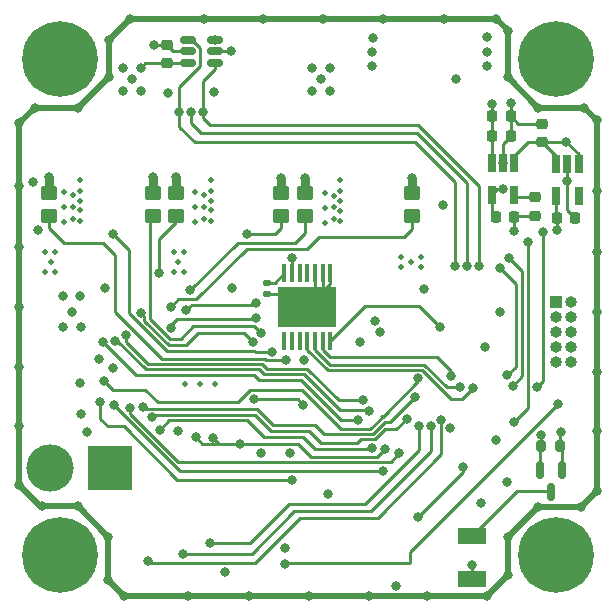
<source format=gbl>
G04 #@! TF.GenerationSoftware,KiCad,Pcbnew,6.0.11-2627ca5db0~126~ubuntu20.04.1*
G04 #@! TF.CreationDate,2024-01-15T23:09:37+09:00*
G04 #@! TF.ProjectId,motor_driver,6d6f746f-725f-4647-9269-7665722e6b69,rev?*
G04 #@! TF.SameCoordinates,Original*
G04 #@! TF.FileFunction,Copper,L4,Bot*
G04 #@! TF.FilePolarity,Positive*
%FSLAX46Y46*%
G04 Gerber Fmt 4.6, Leading zero omitted, Abs format (unit mm)*
G04 Created by KiCad (PCBNEW 6.0.11-2627ca5db0~126~ubuntu20.04.1) date 2024-01-15 23:09:37*
%MOMM*%
%LPD*%
G01*
G04 APERTURE LIST*
G04 Aperture macros list*
%AMRoundRect*
0 Rectangle with rounded corners*
0 $1 Rounding radius*
0 $2 $3 $4 $5 $6 $7 $8 $9 X,Y pos of 4 corners*
0 Add a 4 corners polygon primitive as box body*
4,1,4,$2,$3,$4,$5,$6,$7,$8,$9,$2,$3,0*
0 Add four circle primitives for the rounded corners*
1,1,$1+$1,$2,$3*
1,1,$1+$1,$4,$5*
1,1,$1+$1,$6,$7*
1,1,$1+$1,$8,$9*
0 Add four rect primitives between the rounded corners*
20,1,$1+$1,$2,$3,$4,$5,0*
20,1,$1+$1,$4,$5,$6,$7,0*
20,1,$1+$1,$6,$7,$8,$9,0*
20,1,$1+$1,$8,$9,$2,$3,0*%
G04 Aperture macros list end*
G04 #@! TA.AperFunction,ComponentPad*
%ADD10C,3.600000*%
G04 #@! TD*
G04 #@! TA.AperFunction,ConnectorPad*
%ADD11C,6.400000*%
G04 #@! TD*
G04 #@! TA.AperFunction,ComponentPad*
%ADD12R,3.800000X3.800000*%
G04 #@! TD*
G04 #@! TA.AperFunction,ComponentPad*
%ADD13C,4.000000*%
G04 #@! TD*
G04 #@! TA.AperFunction,ComponentPad*
%ADD14R,1.000000X1.000000*%
G04 #@! TD*
G04 #@! TA.AperFunction,ComponentPad*
%ADD15O,1.000000X1.000000*%
G04 #@! TD*
G04 #@! TA.AperFunction,ComponentPad*
%ADD16C,0.508000*%
G04 #@! TD*
G04 #@! TA.AperFunction,SMDPad,CuDef*
%ADD17RoundRect,0.250000X0.450000X-0.350000X0.450000X0.350000X-0.450000X0.350000X-0.450000X-0.350000X0*%
G04 #@! TD*
G04 #@! TA.AperFunction,SMDPad,CuDef*
%ADD18RoundRect,0.225000X0.250000X-0.225000X0.250000X0.225000X-0.250000X0.225000X-0.250000X-0.225000X0*%
G04 #@! TD*
G04 #@! TA.AperFunction,SMDPad,CuDef*
%ADD19RoundRect,0.225000X-0.225000X-0.250000X0.225000X-0.250000X0.225000X0.250000X-0.225000X0.250000X0*%
G04 #@! TD*
G04 #@! TA.AperFunction,SMDPad,CuDef*
%ADD20RoundRect,0.250000X-0.450000X0.350000X-0.450000X-0.350000X0.450000X-0.350000X0.450000X0.350000X0*%
G04 #@! TD*
G04 #@! TA.AperFunction,SMDPad,CuDef*
%ADD21R,2.400000X1.450000*%
G04 #@! TD*
G04 #@! TA.AperFunction,SMDPad,CuDef*
%ADD22RoundRect,0.100000X-0.100000X0.687500X-0.100000X-0.687500X0.100000X-0.687500X0.100000X0.687500X0*%
G04 #@! TD*
G04 #@! TA.AperFunction,SMDPad,CuDef*
%ADD23R,5.000000X3.400000*%
G04 #@! TD*
G04 #@! TA.AperFunction,SMDPad,CuDef*
%ADD24RoundRect,0.150000X0.512500X0.150000X-0.512500X0.150000X-0.512500X-0.150000X0.512500X-0.150000X0*%
G04 #@! TD*
G04 #@! TA.AperFunction,SMDPad,CuDef*
%ADD25RoundRect,0.225000X-0.250000X0.225000X-0.250000X-0.225000X0.250000X-0.225000X0.250000X0.225000X0*%
G04 #@! TD*
G04 #@! TA.AperFunction,SMDPad,CuDef*
%ADD26R,0.650000X1.560000*%
G04 #@! TD*
G04 #@! TA.AperFunction,SMDPad,CuDef*
%ADD27RoundRect,0.150000X-0.150000X0.587500X-0.150000X-0.587500X0.150000X-0.587500X0.150000X0.587500X0*%
G04 #@! TD*
G04 #@! TA.AperFunction,SMDPad,CuDef*
%ADD28RoundRect,0.200000X-0.200000X-0.275000X0.200000X-0.275000X0.200000X0.275000X-0.200000X0.275000X0*%
G04 #@! TD*
G04 #@! TA.AperFunction,SMDPad,CuDef*
%ADD29RoundRect,0.140000X-0.170000X0.140000X-0.170000X-0.140000X0.170000X-0.140000X0.170000X0.140000X0*%
G04 #@! TD*
G04 #@! TA.AperFunction,ViaPad*
%ADD30C,0.800000*%
G04 #@! TD*
G04 #@! TA.AperFunction,ViaPad*
%ADD31C,0.508000*%
G04 #@! TD*
G04 #@! TA.AperFunction,Conductor*
%ADD32C,0.250000*%
G04 #@! TD*
G04 #@! TA.AperFunction,Conductor*
%ADD33C,0.500000*%
G04 #@! TD*
G04 #@! TA.AperFunction,Conductor*
%ADD34C,0.750000*%
G04 #@! TD*
G04 APERTURE END LIST*
D10*
X94524000Y-79310400D03*
D11*
X94524000Y-79310400D03*
D12*
X98715200Y-113893600D03*
D13*
X93715200Y-113893600D03*
D10*
X136524000Y-79310400D03*
D11*
X136524000Y-79310400D03*
D14*
X136550400Y-99822000D03*
D15*
X137820400Y-99822000D03*
X136550400Y-101092000D03*
X137820400Y-101092000D03*
X136550400Y-102362000D03*
X137820400Y-102362000D03*
X136550400Y-103632000D03*
X137820400Y-103632000D03*
X136550400Y-104902000D03*
X137820400Y-104902000D03*
D11*
X136524000Y-121310400D03*
D10*
X136524000Y-121310400D03*
D11*
X94524000Y-121310400D03*
D10*
X94524000Y-121310400D03*
D16*
X106409800Y-106834600D03*
X107679800Y-106834600D03*
X105139800Y-106834600D03*
D17*
X93569200Y-92592400D03*
X93569200Y-90592400D03*
D18*
X135295600Y-86300600D03*
X135295600Y-84750600D03*
D19*
X131117000Y-85830400D03*
X132667000Y-85830400D03*
D20*
X124300800Y-90593580D03*
X124300800Y-92593580D03*
D21*
X129438400Y-123338600D03*
X129438400Y-119688600D03*
D19*
X131421800Y-92688400D03*
X132971800Y-92688400D03*
D17*
X104343200Y-92592400D03*
X104343200Y-90592400D03*
X115265200Y-92592400D03*
X115265200Y-90592400D03*
D20*
X102357600Y-90592400D03*
X102357600Y-92592400D03*
D22*
X113518400Y-97416700D03*
X114168400Y-97416700D03*
X114818400Y-97416700D03*
X115468400Y-97416700D03*
X116118400Y-97416700D03*
X116768400Y-97416700D03*
X117418400Y-97416700D03*
X117418400Y-103141700D03*
X116768400Y-103141700D03*
X116118400Y-103141700D03*
X115468400Y-103141700D03*
X114818400Y-103141700D03*
X114168400Y-103141700D03*
X113518400Y-103141700D03*
D23*
X115468400Y-100279200D03*
D24*
X107614300Y-77688400D03*
X107614300Y-78638400D03*
X107614300Y-79588400D03*
X105339300Y-79588400D03*
X105339300Y-78638400D03*
X105339300Y-77688400D03*
D25*
X134736800Y-90999000D03*
X134736800Y-92549000D03*
D26*
X136530000Y-88138000D03*
X137480000Y-88138000D03*
X138430000Y-88138000D03*
X138430000Y-90838000D03*
X136530000Y-90838000D03*
D20*
X113233200Y-90592400D03*
X113233200Y-92592400D03*
D26*
X131094400Y-88087200D03*
X132044400Y-88087200D03*
X132994400Y-88087200D03*
X132994400Y-90787200D03*
X131094400Y-90787200D03*
D25*
X103559600Y-78082200D03*
X103559600Y-79632200D03*
D27*
X135158400Y-114046000D03*
X137058400Y-114046000D03*
X136108400Y-115921000D03*
D19*
X136603400Y-92739200D03*
X138153400Y-92739200D03*
D28*
X135232600Y-112087900D03*
X136882600Y-112087900D03*
D29*
X112064800Y-98224400D03*
X112064800Y-99184400D03*
D19*
X131131100Y-84095600D03*
X132681100Y-84095600D03*
D30*
X131775200Y-100736400D03*
D31*
X107285200Y-89509600D03*
X107285200Y-90424000D03*
X105964400Y-91846400D03*
X116934800Y-91898380D03*
X118255600Y-91339580D03*
X106726400Y-90830400D03*
X117696800Y-91847580D03*
X105964400Y-93116400D03*
D30*
X111556800Y-112623600D03*
D31*
X96210800Y-89509600D03*
X118255600Y-93015980D03*
X116934800Y-93168380D03*
D30*
X94792800Y-99314000D03*
D31*
X118255600Y-89561580D03*
X96210800Y-90424000D03*
X106726400Y-91795600D03*
X95652000Y-90830400D03*
X94890000Y-90576400D03*
D30*
X94792800Y-101955600D03*
D31*
X96210800Y-92100400D03*
X107285200Y-92100400D03*
D30*
X96774000Y-110896400D03*
D31*
X107285200Y-91287600D03*
X106726400Y-92811600D03*
X94890000Y-91846400D03*
X118255600Y-90475980D03*
X96210800Y-92964000D03*
X118255600Y-92152380D03*
X96210800Y-91287600D03*
X94890000Y-93116400D03*
X95652000Y-92811600D03*
X105964400Y-90576400D03*
X116934800Y-90628380D03*
X95652000Y-91795600D03*
X107285200Y-92964000D03*
X117696800Y-92863580D03*
D30*
X96266000Y-101955600D03*
D31*
X117696800Y-90882380D03*
D30*
X92659200Y-93726000D03*
X96215200Y-99314000D03*
X95504000Y-100685600D03*
X115163600Y-104787100D03*
X91084400Y-84734400D03*
X139954000Y-90474800D03*
X125628400Y-124714000D03*
X130708400Y-78689200D03*
X98348800Y-98653600D03*
X92964000Y-117144800D03*
X138887200Y-83413600D03*
D31*
X104999200Y-95605600D03*
D30*
X130200400Y-116890800D03*
X91084400Y-110337600D03*
X92964000Y-117144800D03*
X110490000Y-124714000D03*
X111709200Y-75895200D03*
X100584000Y-80975200D03*
D31*
X104542000Y-96469200D03*
D30*
X117348000Y-81991200D03*
X101346000Y-81991200D03*
X98628199Y-123418601D03*
X96062800Y-83413600D03*
X91084400Y-95199200D03*
D31*
X104999200Y-97282000D03*
D30*
X100431598Y-75895200D03*
D31*
X93264400Y-95656400D03*
X104135600Y-97282000D03*
D30*
X91084400Y-115316000D03*
X137464800Y-89611200D03*
X132435600Y-122986800D03*
X138633200Y-117195600D03*
X121869200Y-75895200D03*
X107594400Y-82092800D03*
X105359200Y-124714000D03*
X98653600Y-80822802D03*
X120954800Y-78689200D03*
X132334000Y-115112800D03*
D31*
X125069600Y-96926400D03*
D30*
X106730800Y-75895200D03*
X91084400Y-100279200D03*
X127000000Y-75895200D03*
X99872800Y-81991200D03*
X114015000Y-112661100D03*
X139954000Y-105765600D03*
X117348000Y-80010000D03*
X115874800Y-81991200D03*
X91084400Y-105359200D03*
X99872800Y-80010000D03*
X130708400Y-79908400D03*
X132435600Y-80822800D03*
X130708400Y-77419200D03*
X101346000Y-80010000D03*
X113893600Y-101092000D03*
X120650000Y-124714000D03*
X116586000Y-80975200D03*
X126974600Y-91617800D03*
X113898075Y-99470523D03*
D31*
X94128000Y-95656400D03*
X123393200Y-96926400D03*
D30*
X98602800Y-119735600D03*
X121005600Y-77470000D03*
X115417600Y-100253800D03*
X122957100Y-123880100D03*
D31*
X124206000Y-96469200D03*
D30*
X139954000Y-115874802D03*
X116992400Y-99415600D03*
X98653600Y-77673200D03*
X108449800Y-122741000D03*
X91084400Y-90068400D03*
X131470400Y-75895200D03*
X120954800Y-79908400D03*
D31*
X93264400Y-97332800D03*
D30*
X132044400Y-88087200D03*
X99923600Y-124714000D03*
X92405198Y-83413600D03*
X119888000Y-103225600D03*
X117043200Y-101092000D03*
X92202000Y-89712800D03*
X139954000Y-84480400D03*
X115874800Y-80010000D03*
X130708402Y-124714000D03*
X96012000Y-117144800D03*
D31*
X94128000Y-97332800D03*
D30*
X108966000Y-78638400D03*
D31*
X123393200Y-96062800D03*
D30*
X132435600Y-119735600D03*
D31*
X125069600Y-96062800D03*
D30*
X125323600Y-98755200D03*
X96266000Y-109372400D03*
X116789200Y-75895200D03*
X115570000Y-124714000D03*
X136906000Y-110845600D03*
X139954000Y-100685600D03*
X135001000Y-83388200D03*
X132943600Y-93827600D03*
X132689600Y-83007200D03*
X139954000Y-110744000D03*
D31*
X104135600Y-95605600D03*
D30*
X109118400Y-98653600D03*
X132435600Y-76911200D03*
X134975600Y-117195600D03*
X113538000Y-120700800D03*
X99009200Y-105423300D03*
X139954000Y-95605600D03*
D31*
X93721600Y-96469200D03*
D30*
X96215200Y-106730800D03*
X110916965Y-108084601D03*
X115112800Y-108559600D03*
X131114800Y-83058000D03*
X128081601Y-80939201D03*
X102514400Y-78079600D03*
X114168400Y-96134400D03*
X103632000Y-82143600D03*
X137397600Y-86300600D03*
X136601200Y-93776800D03*
X97790000Y-104698800D03*
X127521300Y-110483919D03*
X101414144Y-100820656D03*
X110849899Y-103221301D03*
X111081277Y-101192813D03*
X103929434Y-102064566D03*
X121641466Y-102385923D03*
X131419600Y-111556800D03*
X117246400Y-116128800D03*
X121158000Y-101447600D03*
X104519800Y-110787025D03*
X130505200Y-103682800D03*
X132029200Y-90322400D03*
X129387600Y-122123200D03*
X113588800Y-122021600D03*
X136702800Y-108508800D03*
X126785672Y-109804444D03*
X101955600Y-121818400D03*
X104902000Y-121158000D03*
X125932001Y-110324300D03*
X124932498Y-110324300D03*
X107238800Y-120294400D03*
X127965200Y-96824800D03*
X104610401Y-83753599D03*
X105613200Y-83769200D03*
X107614300Y-77688400D03*
X128981200Y-96824800D03*
X106629200Y-83769200D03*
X129997200Y-96824800D03*
X99009200Y-94132400D03*
X112473133Y-104075900D03*
X105206800Y-100533200D03*
X111099600Y-99923600D03*
X123230902Y-112674400D03*
X100482400Y-108813600D03*
X121869200Y-114198400D03*
X99060000Y-108610400D03*
X114142833Y-114922900D03*
X97942400Y-108305600D03*
X126695200Y-101955600D03*
X135229600Y-111150400D03*
X113639600Y-104787100D03*
X102362000Y-89306400D03*
X102870000Y-97383600D03*
X93573600Y-89306400D03*
X105562400Y-98856800D03*
X113233200Y-89357200D03*
X104343200Y-89306400D03*
X111556800Y-102514400D03*
X124307600Y-89357200D03*
X110337600Y-94119100D03*
X115265200Y-89357200D03*
X103886000Y-100279200D03*
X128676400Y-113842800D03*
X124866400Y-118059200D03*
X134924800Y-107086400D03*
X135432800Y-93929200D03*
X134162800Y-94792800D03*
X132994400Y-110032800D03*
X119719481Y-109854772D03*
X98145600Y-103276400D03*
X99194086Y-103137154D03*
X120650000Y-109067600D03*
X100101400Y-102641400D03*
X120176661Y-108187285D03*
X124866400Y-106324400D03*
X98247200Y-106527600D03*
X124538357Y-107880241D03*
X101525627Y-108772629D03*
X123861139Y-109729728D03*
X102326575Y-109614300D03*
X120943469Y-112215102D03*
X102971600Y-110693200D03*
X109728000Y-111874900D03*
X122072400Y-112268000D03*
X107486330Y-111332586D03*
X106019600Y-111302800D03*
X131775200Y-96977200D03*
X132384800Y-106070400D03*
X132537200Y-96113600D03*
X132852455Y-106953748D03*
X127658890Y-106111091D03*
X128383390Y-107082101D03*
X129450744Y-107124856D03*
D32*
X135432800Y-106578400D02*
X134924800Y-107086400D01*
X135432800Y-93929200D02*
X135432800Y-106578400D01*
D33*
X132435600Y-122986802D02*
X130708402Y-124714000D01*
X132435600Y-119735598D02*
X132435600Y-122986802D01*
D32*
X103559600Y-79632200D02*
X101723800Y-79632200D01*
X137058400Y-114046000D02*
X137058400Y-112263700D01*
D33*
X131470400Y-75895200D02*
X132435600Y-76860400D01*
D32*
X113611952Y-99184400D02*
X113898075Y-99470523D01*
D33*
X92862398Y-117144800D02*
X91084400Y-115366802D01*
D32*
X103559600Y-79632200D02*
X105295500Y-79632200D01*
X137058400Y-112263700D02*
X136882600Y-112087900D01*
X116118400Y-97416700D02*
X116118400Y-99629200D01*
X132044400Y-88087200D02*
X132044400Y-86453000D01*
D33*
X98653600Y-80822802D02*
X98653600Y-77673198D01*
X138633202Y-117195600D02*
X134975598Y-117195600D01*
D32*
X115468400Y-100279200D02*
X117418400Y-98329200D01*
D33*
X135026402Y-83413600D02*
X138887200Y-83413600D01*
D32*
X116768400Y-97416700D02*
X116768400Y-98979200D01*
X135295600Y-84750600D02*
X133336100Y-84750600D01*
X133111200Y-92549000D02*
X132971800Y-92688400D01*
X137464800Y-92050600D02*
X137464800Y-89611200D01*
D33*
X96062802Y-83413600D02*
X98653600Y-80822802D01*
D32*
X137480000Y-88138000D02*
X137480000Y-89596000D01*
D33*
X132435600Y-76860400D02*
X132435600Y-80822800D01*
X134975598Y-117195600D02*
X132435600Y-119735598D01*
D32*
X116118400Y-99629200D02*
X115468400Y-100279200D01*
X132971800Y-92688400D02*
X132971800Y-93799400D01*
D33*
X99923598Y-124714000D02*
X98602800Y-123393202D01*
D32*
X136882600Y-112087900D02*
X136882600Y-110869000D01*
X132667000Y-85830400D02*
X132667000Y-84109700D01*
D33*
X98602800Y-123393202D02*
X98602800Y-119735598D01*
D32*
X137480000Y-89596000D02*
X137464800Y-89611200D01*
X132971800Y-93799400D02*
X132943600Y-93827600D01*
X136882600Y-110869000D02*
X136906000Y-110845600D01*
D33*
X100431598Y-75895200D02*
X131470400Y-75895200D01*
D32*
X105295500Y-79632200D02*
X105339300Y-79588400D01*
X138153400Y-92739200D02*
X137464800Y-92050600D01*
D33*
X139954000Y-84480400D02*
X139954000Y-115874802D01*
X92405198Y-83413600D02*
X96062802Y-83413600D01*
D32*
X132681100Y-84095600D02*
X132681100Y-83015700D01*
X132044400Y-86453000D02*
X132667000Y-85830400D01*
D33*
X96012002Y-117144800D02*
X92862398Y-117144800D01*
X132435600Y-80822800D02*
X135026402Y-83413600D01*
X98602800Y-119735598D02*
X96012002Y-117144800D01*
D32*
X116768400Y-98979200D02*
X115468400Y-100279200D01*
D33*
X139954000Y-115874802D02*
X138633202Y-117195600D01*
X130708402Y-124714000D02*
X99923598Y-124714000D01*
D32*
X101723800Y-79632200D02*
X101346000Y-80010000D01*
X132681100Y-83015700D02*
X132689600Y-83007200D01*
X134736800Y-92549000D02*
X133111200Y-92549000D01*
X133336100Y-84750600D02*
X132681100Y-84095600D01*
D33*
X91084400Y-84734398D02*
X92405198Y-83413600D01*
X98653600Y-77673198D02*
X100431598Y-75895200D01*
X91084400Y-115366802D02*
X91084400Y-84734398D01*
D32*
X107614300Y-78638400D02*
X108966000Y-78638400D01*
X132667000Y-84109700D02*
X132681100Y-84095600D01*
X117418400Y-98329200D02*
X117418400Y-97416700D01*
D33*
X138887200Y-83413600D02*
X139954000Y-84480400D01*
D32*
X112064800Y-99184400D02*
X113611952Y-99184400D01*
X114637801Y-108084601D02*
X115112800Y-108559600D01*
X110916965Y-108084601D02*
X114637801Y-108084601D01*
X102517000Y-78082200D02*
X102514400Y-78079600D01*
X138430000Y-87333000D02*
X138430000Y-88138000D01*
X134171400Y-86300600D02*
X135295600Y-86300600D01*
X131131100Y-83074300D02*
X131114800Y-83058000D01*
X104115800Y-78638400D02*
X105339300Y-78638400D01*
X131094400Y-84132300D02*
X131131100Y-84095600D01*
X132994400Y-88087200D02*
X132994400Y-87477600D01*
X114168400Y-97416700D02*
X114168400Y-96134400D01*
X103559600Y-78082200D02*
X102517000Y-78082200D01*
X103559600Y-78082200D02*
X104115800Y-78638400D01*
X136530000Y-88138000D02*
X136530000Y-87535000D01*
X132994400Y-87477600D02*
X134171400Y-86300600D01*
X131094400Y-88087200D02*
X131094400Y-84132300D01*
X136530000Y-87535000D02*
X135295600Y-86300600D01*
X137397600Y-86300600D02*
X138430000Y-87333000D01*
X135295600Y-86300600D02*
X137397600Y-86300600D01*
X131131100Y-84095600D02*
X131131100Y-83074300D01*
X136530000Y-92665800D02*
X136603400Y-92739200D01*
X136530000Y-90838000D02*
X136530000Y-92665800D01*
X136603400Y-92739200D02*
X136603400Y-93774600D01*
X136603400Y-93774600D02*
X136601200Y-93776800D01*
X103734980Y-103530400D02*
X101659189Y-101454609D01*
X110849899Y-103221301D02*
X110092198Y-102463600D01*
X110092198Y-102463600D02*
X106222800Y-102463600D01*
X101659189Y-101065701D02*
X101414144Y-100820656D01*
X106222800Y-102463600D02*
X105156000Y-103530400D01*
X101659189Y-101454609D02*
X101659189Y-101065701D01*
X105156000Y-103530400D02*
X103734980Y-103530400D01*
X104394000Y-101295200D02*
X103929434Y-101759766D01*
X103929434Y-101759766D02*
X103929434Y-102064566D01*
X111081277Y-101192813D02*
X110978890Y-101295200D01*
X110978890Y-101295200D02*
X104394000Y-101295200D01*
X112710700Y-98224400D02*
X113518400Y-97416700D01*
X112064800Y-98224400D02*
X112710700Y-98224400D01*
X131094400Y-92384800D02*
X131094400Y-90787200D01*
X131094400Y-90787200D02*
X131559200Y-90322400D01*
X131421800Y-92688400D02*
X131398000Y-92688400D01*
X131559200Y-90322400D02*
X132029200Y-90322400D01*
X129387600Y-123287800D02*
X129438400Y-123338600D01*
X129387600Y-122123200D02*
X129387600Y-123287800D01*
X131398000Y-92688400D02*
X131094400Y-92384800D01*
X134736800Y-90999000D02*
X133206200Y-90999000D01*
X133206200Y-90999000D02*
X132994400Y-90787200D01*
X113639600Y-121970800D02*
X124155200Y-121970800D01*
X136652000Y-108508800D02*
X136702800Y-108508800D01*
X113588800Y-122021600D02*
X113639600Y-121970800D01*
X124155200Y-121970800D02*
X124155200Y-121005600D01*
X124155200Y-121005600D02*
X136652000Y-108508800D01*
X114858800Y-118110000D02*
X121412000Y-118110000D01*
X101955600Y-121818400D02*
X102057200Y-121920000D01*
X102057200Y-121920000D02*
X111048800Y-121920000D01*
X111048800Y-121920000D02*
X114858800Y-118110000D01*
X126785672Y-112736328D02*
X126785672Y-109804444D01*
X121412000Y-118110000D02*
X126785672Y-112736328D01*
X104902000Y-121158000D02*
X110744000Y-121158000D01*
X125932001Y-112472399D02*
X125932001Y-110324300D01*
X114350800Y-117551200D02*
X120853200Y-117551200D01*
X110744000Y-121158000D02*
X114350800Y-117551200D01*
X120853200Y-117551200D02*
X125932001Y-112472399D01*
X110591600Y-120294400D02*
X113893600Y-116992400D01*
X124932498Y-112405102D02*
X124932498Y-110324300D01*
X113893600Y-116992400D02*
X120345200Y-116992400D01*
X107238800Y-120294400D02*
X110591600Y-120294400D01*
X120345200Y-116992400D02*
X124932498Y-112405102D01*
X105339300Y-77688400D02*
X105730000Y-77688400D01*
X106375200Y-78333600D02*
X106375200Y-79886751D01*
X104610401Y-81651550D02*
X104610401Y-83753599D01*
X124612400Y-86309200D02*
X127965200Y-89662000D01*
X104610401Y-83753599D02*
X104610401Y-85001601D01*
X105730000Y-77688400D02*
X106375200Y-78333600D01*
X105918000Y-86309200D02*
X124612400Y-86309200D01*
X106375200Y-79886751D02*
X104610401Y-81651550D01*
X104610401Y-85001601D02*
X105918000Y-86309200D01*
X127965200Y-89662000D02*
X127965200Y-96824800D01*
X124764800Y-85547200D02*
X128981200Y-89763600D01*
X105613200Y-83769200D02*
X105613200Y-84734400D01*
X105613200Y-84734400D02*
X106426000Y-85547200D01*
X128981200Y-89763600D02*
X128981200Y-96824800D01*
X106426000Y-85547200D02*
X124764800Y-85547200D01*
X106629200Y-84277200D02*
X107238800Y-84886800D01*
X129997200Y-90068400D02*
X129997200Y-96824800D01*
X124815600Y-84886800D02*
X129997200Y-90068400D01*
X107614300Y-79588400D02*
X107614300Y-80142500D01*
X106629200Y-81127600D02*
X106629200Y-83769200D01*
X107238800Y-84886800D02*
X124815600Y-84886800D01*
X107614300Y-80142500D02*
X106629200Y-81127600D01*
X106629200Y-83769200D02*
X106629200Y-84277200D01*
X100366350Y-100797460D02*
X100366350Y-95489550D01*
X99110800Y-94132400D02*
X99009200Y-94132400D01*
X100366350Y-95489550D02*
X99009200Y-94132400D01*
X110999380Y-104038400D02*
X103607290Y-104038400D01*
X112473133Y-104075900D02*
X111036880Y-104075900D01*
X111036880Y-104075900D02*
X110999380Y-104038400D01*
X103607290Y-104038400D02*
X100366350Y-100797460D01*
X110954899Y-100068301D02*
X111099600Y-99923600D01*
X105206800Y-100533200D02*
X105671699Y-100068301D01*
X105671699Y-100068301D02*
X110954899Y-100068301D01*
X122516199Y-113389103D02*
X123230902Y-112674400D01*
X100482400Y-108813600D02*
X100482400Y-109321600D01*
X100482400Y-109321600D02*
X104549903Y-113389103D01*
X104549903Y-113389103D02*
X122516199Y-113389103D01*
X104648000Y-114198400D02*
X121869200Y-114198400D01*
X99060000Y-108610400D02*
X104648000Y-114198400D01*
X99923600Y-110388400D02*
X104455967Y-114920767D01*
X104455967Y-114920767D02*
X114140700Y-114920767D01*
X97942400Y-109778800D02*
X98552000Y-110388400D01*
X114140700Y-114920767D02*
X114142833Y-114922900D01*
X97942400Y-108305600D02*
X97942400Y-109778800D01*
X98552000Y-110388400D02*
X99923600Y-110388400D01*
X124866400Y-100177600D02*
X124917200Y-100177600D01*
X120382500Y-100177600D02*
X124866400Y-100177600D01*
X117418400Y-103141700D02*
X120382500Y-100177600D01*
X124917200Y-100177600D02*
X126695200Y-101955600D01*
X135158400Y-114046000D02*
X135158400Y-112162100D01*
X135158400Y-112162100D02*
X135232600Y-112087900D01*
X135229600Y-111150400D02*
X135229600Y-112084900D01*
X135229600Y-112084900D02*
X135232600Y-112087900D01*
X136108400Y-115921000D02*
X136062200Y-115874800D01*
X133252200Y-115874800D02*
X129438400Y-119688600D01*
X136062200Y-115874800D02*
X133252200Y-115874800D01*
X111989290Y-104800400D02*
X113626300Y-104800400D01*
X111844589Y-104655699D02*
X111989290Y-104800400D01*
X93569200Y-92592400D02*
X93569200Y-93569200D01*
X99212400Y-100727802D02*
X103140297Y-104655699D01*
X93569200Y-93569200D02*
X94843600Y-94843600D01*
X103140297Y-104655699D02*
X111844589Y-104655699D01*
X98145600Y-94843600D02*
X99212400Y-95910400D01*
X113626300Y-104800400D02*
X113639600Y-104787100D01*
X94843600Y-94843600D02*
X98145600Y-94843600D01*
X99212400Y-95910400D02*
X99212400Y-100727802D01*
X102362000Y-90588000D02*
X102357600Y-90592400D01*
D34*
X102362000Y-89306400D02*
X102362000Y-90588000D01*
D32*
X104343200Y-92592400D02*
X104343200Y-93065600D01*
X102870000Y-94538800D02*
X102870000Y-97180400D01*
X104343200Y-93065600D02*
X102870000Y-94538800D01*
X93573600Y-90588000D02*
X93569200Y-90592400D01*
D34*
X93573600Y-89306400D02*
X93573600Y-90588000D01*
D32*
X114452400Y-94843600D02*
X115265200Y-94030800D01*
X109575600Y-94843600D02*
X114452400Y-94843600D01*
X115265200Y-94030800D02*
X115265200Y-92592400D01*
X105562400Y-98856800D02*
X109575600Y-94843600D01*
D34*
X113233200Y-89357200D02*
X113233200Y-90592400D01*
X104343200Y-89306400D02*
X104343200Y-90592400D01*
D32*
X102357600Y-92592400D02*
X102145500Y-92804500D01*
X103794859Y-102954589D02*
X104766611Y-102954589D01*
X104766611Y-102954589D02*
X105816400Y-101904800D01*
X102145500Y-92804500D02*
X102145500Y-101305230D01*
X110947200Y-101904800D02*
X111556800Y-102514400D01*
X105816400Y-101904800D02*
X110947200Y-101904800D01*
X102145500Y-101305230D02*
X103794859Y-102954589D01*
D34*
X124300800Y-90593580D02*
X124300800Y-89364000D01*
D32*
X124300800Y-89364000D02*
X124307600Y-89357200D01*
X113233200Y-92592400D02*
X113233200Y-93624400D01*
X112738500Y-94119100D02*
X110337600Y-94119100D01*
X113233200Y-93624400D02*
X112738500Y-94119100D01*
D34*
X115265200Y-90592400D02*
X115265200Y-89357200D01*
D32*
X123647200Y-94335600D02*
X124300800Y-93682000D01*
X110337600Y-95351600D02*
X115468400Y-95351600D01*
X103886000Y-100279200D02*
X104546400Y-99618800D01*
X115468400Y-95351600D02*
X116484400Y-94335600D01*
X124300800Y-93682000D02*
X124300800Y-92593580D01*
X116484400Y-94335600D02*
X123647200Y-94335600D01*
X106070400Y-99618800D02*
X110337600Y-95351600D01*
X104546400Y-99618800D02*
X106070400Y-99618800D01*
X124866400Y-118059200D02*
X128676400Y-114249200D01*
X128676400Y-114249200D02*
X128676400Y-113842800D01*
X134162800Y-94792800D02*
X134162800Y-106324400D01*
X134162800Y-108864400D02*
X132994400Y-110032800D01*
X134162800Y-106324400D02*
X134162800Y-108864400D01*
X101295200Y-106070400D02*
X100939600Y-106070400D01*
X111353600Y-106476800D02*
X110947200Y-106070400D01*
X110947200Y-106070400D02*
X101295200Y-106070400D01*
X100939600Y-106070400D02*
X98145600Y-103276400D01*
X114452400Y-106476800D02*
X111353600Y-106476800D01*
X118338372Y-109854772D02*
X114960400Y-106476800D01*
X114960400Y-106476800D02*
X114452400Y-106476800D01*
X118338372Y-109854772D02*
X119719481Y-109854772D01*
X120599200Y-109016800D02*
X118211600Y-109016800D01*
X120650000Y-109067600D02*
X120599200Y-109016800D01*
X115163600Y-105968800D02*
X111810800Y-105968800D01*
X99377954Y-103137154D02*
X101803200Y-105562400D01*
X111404400Y-105562400D02*
X111810800Y-105968800D01*
X101803200Y-105562400D02*
X111404400Y-105562400D01*
X99194086Y-103137154D02*
X99377954Y-103137154D01*
X118211600Y-109016800D02*
X115163600Y-105968800D01*
X100089300Y-102653500D02*
X100089300Y-103212810D01*
X120176661Y-108187285D02*
X118144085Y-108187285D01*
X100089300Y-103212810D02*
X101981690Y-105105200D01*
X100101400Y-102641400D02*
X100089300Y-102653500D01*
X115468400Y-105511600D02*
X112064800Y-105511600D01*
X111658400Y-105105200D02*
X112064800Y-105511600D01*
X118144085Y-108187285D02*
X115468400Y-105511600D01*
X101981690Y-105105200D02*
X111658400Y-105105200D01*
X102819200Y-108356400D02*
X109575600Y-108356400D01*
X118313200Y-110591600D02*
X120802400Y-110591600D01*
X115011200Y-107289600D02*
X118313200Y-110591600D01*
X121920000Y-109474000D02*
X121716800Y-109474000D01*
X98247200Y-106527600D02*
X99009200Y-107289600D01*
X109575600Y-108356400D02*
X110642400Y-107289600D01*
X99009200Y-107289600D02*
X101752400Y-107289600D01*
X124866400Y-106527600D02*
X121920000Y-109474000D01*
X120802400Y-110591600D02*
X121920000Y-109474000D01*
X101752400Y-107289600D02*
X102819200Y-108356400D01*
X124866400Y-106324400D02*
X124866400Y-106527600D01*
X110642400Y-107289600D02*
X115011200Y-107289600D01*
X120988589Y-111041101D02*
X116883101Y-111041101D01*
X116078000Y-110236000D02*
X112572800Y-110236000D01*
X123706598Y-108754202D02*
X122478800Y-109982000D01*
X111226600Y-108889800D02*
X101642798Y-108889800D01*
X123706598Y-108712000D02*
X123706598Y-108754202D01*
X112572800Y-110236000D02*
X111226600Y-108889800D01*
X101642798Y-108889800D02*
X101525627Y-108772629D01*
X122047690Y-109982000D02*
X120988589Y-111041101D01*
X116883101Y-111041101D02*
X116078000Y-110236000D01*
X124538357Y-107880241D02*
X123706598Y-108712000D01*
X122478800Y-109982000D02*
X122047690Y-109982000D01*
X122999267Y-110591600D02*
X122073780Y-110591600D01*
X111052072Y-109426472D02*
X102514403Y-109426472D01*
X121174778Y-111490602D02*
X120004998Y-111490602D01*
X102514403Y-109426472D02*
X102326575Y-109614300D01*
X122073780Y-110591600D02*
X121174778Y-111490602D01*
X119684800Y-111810800D02*
X116586000Y-111810800D01*
X115570000Y-110794800D02*
X112420400Y-110794800D01*
X116586000Y-111810800D02*
X115570000Y-110794800D01*
X112420400Y-110794800D02*
X111052072Y-109426472D01*
X120004998Y-111490602D02*
X119684800Y-111810800D01*
X123861139Y-109729728D02*
X122999267Y-110591600D01*
X116128800Y-112318800D02*
X120839771Y-112318800D01*
X110388400Y-109880400D02*
X111810800Y-111302800D01*
X103784400Y-109880400D02*
X110388400Y-109880400D01*
X115112800Y-111302800D02*
X116128800Y-112318800D01*
X111810800Y-111302800D02*
X115112800Y-111302800D01*
X120839771Y-112318800D02*
X120943469Y-112215102D01*
X102971600Y-110693200D02*
X103784400Y-109880400D01*
X121400798Y-112939602D02*
X122072400Y-112268000D01*
X106019600Y-111302800D02*
X106578400Y-111861600D01*
X121243567Y-112939602D02*
X121400798Y-112939602D01*
X108015344Y-111861600D02*
X107486330Y-111332586D01*
X109741300Y-111861600D02*
X114655600Y-111861600D01*
X109714700Y-111861600D02*
X109728000Y-111874900D01*
X114655600Y-111861600D02*
X115733602Y-112939602D01*
X115733602Y-112939602D02*
X121243567Y-112939602D01*
X108015344Y-111861600D02*
X109714700Y-111861600D01*
X106578400Y-111861600D02*
X108015344Y-111861600D01*
X109728000Y-111874900D02*
X109741300Y-111861600D01*
X133096000Y-105308400D02*
X133096000Y-105359200D01*
X133096000Y-105359200D02*
X132384800Y-106070400D01*
X133096000Y-98298000D02*
X133096000Y-105308400D01*
X131775200Y-96977200D02*
X133096000Y-98298000D01*
X132537200Y-96113600D02*
X133654800Y-97231200D01*
X133654800Y-106151403D02*
X132852455Y-106953748D01*
X133654800Y-97231200D02*
X133654800Y-106151403D01*
X127658890Y-105713290D02*
X127658890Y-106111091D01*
X126441200Y-104495600D02*
X127658890Y-105713290D01*
X116768400Y-103141700D02*
X116768400Y-103880241D01*
X116768400Y-103880241D02*
X117383759Y-104495600D01*
X117383759Y-104495600D02*
X126441200Y-104495600D01*
X127284389Y-107082101D02*
X125352687Y-105150399D01*
X128383390Y-107082101D02*
X127284389Y-107082101D01*
X117388558Y-105150399D02*
X116118400Y-103880241D01*
X125352687Y-105150399D02*
X117388558Y-105150399D01*
X116118400Y-103880241D02*
X116118400Y-103141700D01*
X115468400Y-103880241D02*
X115468400Y-103141700D01*
X128549400Y-108026200D02*
X127592798Y-108026200D01*
X129450744Y-107124856D02*
X128549400Y-108026200D01*
X117188059Y-105599900D02*
X115468400Y-103880241D01*
X127592798Y-108026200D02*
X125166498Y-105599900D01*
X125166498Y-105599900D02*
X117188059Y-105599900D01*
M02*

</source>
